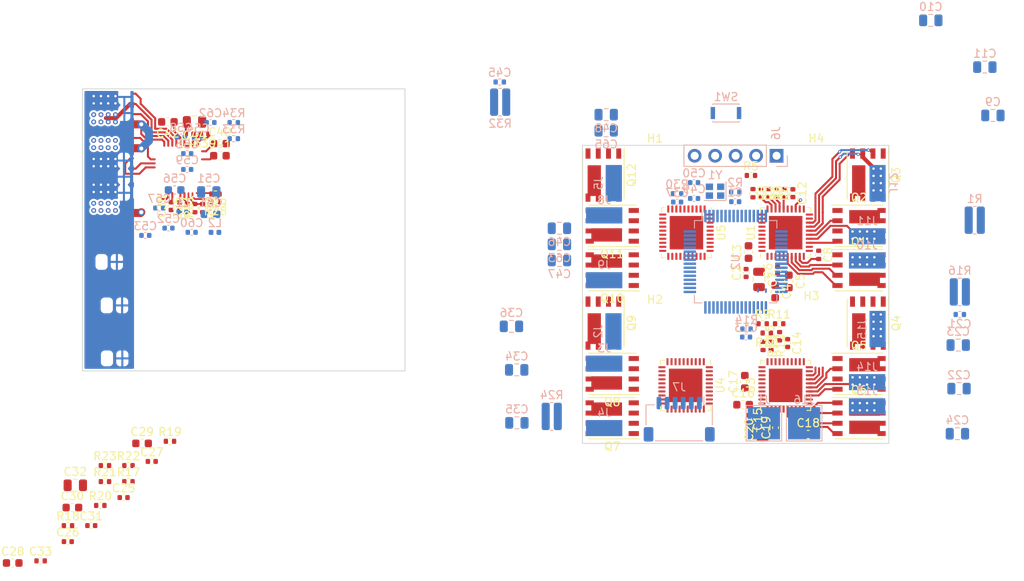
<source format=kicad_pcb>
(kicad_pcb (version 20210623) (generator pcbnew)

  (general
    (thickness 1.59)
  )

  (paper "A4")
  (layers
    (0 "F.Cu" signal)
    (1 "In1.Cu" signal)
    (2 "In2.Cu" signal)
    (31 "B.Cu" signal)
    (32 "B.Adhes" user "B.Adhesive")
    (33 "F.Adhes" user "F.Adhesive")
    (34 "B.Paste" user)
    (35 "F.Paste" user)
    (36 "B.SilkS" user "B.Silkscreen")
    (37 "F.SilkS" user "F.Silkscreen")
    (38 "B.Mask" user)
    (39 "F.Mask" user)
    (40 "Dwgs.User" user "User.Drawings")
    (41 "Cmts.User" user "User.Comments")
    (42 "Eco1.User" user "User.Eco1")
    (43 "Eco2.User" user "User.Eco2")
    (44 "Edge.Cuts" user)
    (45 "Margin" user)
    (46 "B.CrtYd" user "B.Courtyard")
    (47 "F.CrtYd" user "F.Courtyard")
    (48 "B.Fab" user)
    (49 "F.Fab" user)
    (50 "User.1" user)
    (51 "User.2" user)
    (52 "User.3" user)
    (53 "User.4" user)
    (54 "User.5" user)
    (55 "User.6" user)
    (56 "User.7" user)
    (57 "User.8" user)
    (58 "User.9" user)
  )

  (setup
    (stackup
      (layer "F.SilkS" (type "Top Silk Screen"))
      (layer "F.Paste" (type "Top Solder Paste"))
      (layer "F.Mask" (type "Top Solder Mask") (color "Green") (thickness 0.01))
      (layer "F.Cu" (type "copper") (thickness 0.035))
      (layer "dielectric 1" (type "core") (thickness 0.2) (material "FR4") (epsilon_r 4.5) (loss_tangent 0.02))
      (layer "In1.Cu" (type "copper") (thickness 0.0175))
      (layer "dielectric 2" (type "prepreg") (thickness 1.065) (material "FR4") (epsilon_r 4.5) (loss_tangent 0.02))
      (layer "In2.Cu" (type "copper") (thickness 0.0175))
      (layer "dielectric 3" (type "core") (thickness 0.2) (material "FR4") (epsilon_r 4.5) (loss_tangent 0.02))
      (layer "B.Cu" (type "copper") (thickness 0.035))
      (layer "B.Mask" (type "Bottom Solder Mask") (color "Green") (thickness 0.01))
      (layer "B.Paste" (type "Bottom Solder Paste"))
      (layer "B.SilkS" (type "Bottom Silk Screen"))
      (copper_finish "HAL SnPb")
      (dielectric_constraints no)
    )
    (pad_to_mask_clearance 0)
    (pcbplotparams
      (layerselection 0x00010fc_ffffffff)
      (disableapertmacros false)
      (usegerberextensions false)
      (usegerberattributes true)
      (usegerberadvancedattributes true)
      (creategerberjobfile true)
      (svguseinch false)
      (svgprecision 6)
      (excludeedgelayer true)
      (plotframeref false)
      (viasonmask false)
      (mode 1)
      (useauxorigin false)
      (hpglpennumber 1)
      (hpglpenspeed 20)
      (hpglpendiameter 15.000000)
      (dxfpolygonmode true)
      (dxfimperialunits true)
      (dxfusepcbnewfont true)
      (psnegative false)
      (psa4output false)
      (plotreference true)
      (plotvalue true)
      (plotinvisibletext false)
      (sketchpadsonfab false)
      (subtractmaskfromsilk false)
      (outputformat 1)
      (mirror false)
      (drillshape 1)
      (scaleselection 1)
      (outputdirectory "")
    )
  )

  (net 0 "")
  (net 1 "unconnected-(U1-Pad21)")
  (net 2 "unconnected-(U1-Pad22)")
  (net 3 "Net-(C3-Pad1)")
  (net 4 "GND")
  (net 5 "+BATT")
  (net 6 "Net-(C8-Pad2)")
  (net 7 "/Motor 1/A")
  (net 8 "/Motor 1/B")
  (net 9 "/Motor 1/C")
  (net 10 "unconnected-(U2-Pad2)")
  (net 11 "unconnected-(U2-Pad3)")
  (net 12 "unconnected-(U2-Pad4)")
  (net 13 "unconnected-(U2-Pad8)")
  (net 14 "unconnected-(U2-Pad51)")
  (net 15 "unconnected-(U2-Pad55)")
  (net 16 "unconnected-(U2-Pad60)")
  (net 17 "Net-(C56-Pad1)")
  (net 18 "+3V3")
  (net 19 "Net-(Q1-Pad2)")
  (net 20 "Net-(C15-Pad1)")
  (net 21 "Net-(C15-Pad2)")
  (net 22 "Net-(C16-Pad1)")
  (net 23 "Net-(C18-Pad1)")
  (net 24 "Net-(C21-Pad2)")
  (net 25 "Net-(C27-Pad1)")
  (net 26 "Net-(C27-Pad2)")
  (net 27 "Net-(C28-Pad1)")
  (net 28 "Net-(C30-Pad1)")
  (net 29 "Net-(C33-Pad2)")
  (net 30 "Net-(C39-Pad1)")
  (net 31 "Net-(C39-Pad2)")
  (net 32 "Net-(C40-Pad1)")
  (net 33 "Net-(C42-Pad1)")
  (net 34 "/Motor 2/C")
  (net 35 "Net-(Q4-Pad2)")
  (net 36 "Net-(Q5-Pad2)")
  (net 37 "/Motor 2/B")
  (net 38 "Net-(Q6-Pad2)")
  (net 39 "Net-(Q7-Pad2)")
  (net 40 "/Motor 2/A")
  (net 41 "Net-(Q8-Pad2)")
  (net 42 "Net-(Q9-Pad2)")
  (net 43 "/Motor 3/C")
  (net 44 "Net-(Q10-Pad2)")
  (net 45 "Net-(Q11-Pad2)")
  (net 46 "/Motor 3/B")
  (net 47 "Net-(Q12-Pad2)")
  (net 48 "/Motor 3/A")
  (net 49 "/Motor 4/C")
  (net 50 "/Motor 4/B")
  (net 51 "/Motor 4/A")
  (net 52 "Net-(R9-Pad2)")
  (net 53 "Net-(R10-Pad1)")
  (net 54 "Net-(R12-Pad2)")
  (net 55 "Net-(R13-Pad2)")
  (net 56 "Net-(R14-Pad2)")
  (net 57 "Net-(R17-Pad2)")
  (net 58 "Net-(R18-Pad1)")
  (net 59 "Net-(R20-Pad2)")
  (net 60 "Net-(R21-Pad2)")
  (net 61 "Net-(R22-Pad2)")
  (net 62 "Net-(R25-Pad2)")
  (net 63 "Net-(R26-Pad1)")
  (net 64 "Net-(R28-Pad2)")
  (net 65 "Net-(R29-Pad2)")
  (net 66 "Net-(R30-Pad2)")
  (net 67 "unconnected-(U3-Pad21)")
  (net 68 "unconnected-(U3-Pad22)")
  (net 69 "unconnected-(U4-Pad21)")
  (net 70 "unconnected-(U4-Pad22)")
  (net 71 "unconnected-(U5-Pad21)")
  (net 72 "unconnected-(U5-Pad22)")
  (net 73 "Net-(C2-Pad1)")
  (net 74 "Net-(C2-Pad2)")
  (net 75 "Net-(C5-Pad1)")
  (net 76 "Net-(Q1-Pad4)")
  (net 77 "Net-(Q2-Pad4)")
  (net 78 "Net-(Q2-Pad2)")
  (net 79 "Net-(Q3-Pad2)")
  (net 80 "Net-(Q3-Pad4)")
  (net 81 "Net-(Q4-Pad4)")
  (net 82 "Net-(Q5-Pad4)")
  (net 83 "Net-(Q6-Pad4)")
  (net 84 "Net-(Q7-Pad4)")
  (net 85 "Net-(Q8-Pad4)")
  (net 86 "Net-(Q9-Pad4)")
  (net 87 "Net-(Q10-Pad4)")
  (net 88 "Net-(Q11-Pad4)")
  (net 89 "Net-(Q12-Pad4)")
  (net 90 "Net-(R2-Pad2)")
  (net 91 "Net-(R4-Pad2)")
  (net 92 "Net-(R5-Pad1)")
  (net 93 "Net-(R7-Pad2)")
  (net 94 "/Controller/OSCA")
  (net 95 "/Controller/OSCB")
  (net 96 "+3.3VA")
  (net 97 "Net-(R8-Pad2)")
  (net 98 "/Controller/~{RESET}")
  (net 99 "Net-(R34-Pad1)")
  (net 100 "/Controller/PWM1A")
  (net 101 "/Controller/PWM1B")
  (net 102 "/Controller/PWM1C")
  (net 103 "/Controller/PWM3C")
  (net 104 "/Controller/PWM4A")
  (net 105 "/Controller/PWM4B")
  (net 106 "/Controller/PWM4C")
  (net 107 "/Controller/PWM2B")
  (net 108 "/Controller/PWM2C")
  (net 109 "/Controller/PWM3A")
  (net 110 "/Controller/PWM3B")
  (net 111 "/Controller/PWM2A")
  (net 112 "/Controller/SWDIO")
  (net 113 "/Controller/SWCLK")
  (net 114 "/Controller/ISENSE3")
  (net 115 "/Controller/ISENSE1")
  (net 116 "/Controller/ISENSE2")
  (net 117 "/Controller/~{CS}")
  (net 118 "/Controller/SCLK")
  (net 119 "/Controller/MOSI")
  (net 120 "/Controller/MISO")
  (net 121 "/Controller/~{FAULT1}")
  (net 122 "/Controller/~{FAULT2}")
  (net 123 "/Controller/~{FAULT3}")
  (net 124 "/Controller/~{FAULT4}")
  (net 125 "/Controller/EN")
  (net 126 "/Controller/HIZ1A")
  (net 127 "/Controller/HIZ1B")
  (net 128 "/Controller/HIZ1C")
  (net 129 "/Controller/HIZ4B")
  (net 130 "/Controller/HIZ4C")
  (net 131 "/Controller/HIZ3A")
  (net 132 "/Controller/HIZ3B")
  (net 133 "/Controller/HIZ3C")
  (net 134 "/Controller/HIZ2A")
  (net 135 "/Controller/HIZ2B")
  (net 136 "/Controller/HIZ2C")
  (net 137 "/Controller/HIZ4A")
  (net 138 "/Motor 4/ISENSE")
  (net 139 "/Motor 1/DVDD")
  (net 140 "/Motor 2/DVDD")
  (net 141 "/Motor 3/DVDD")
  (net 142 "/Motor 4/DVDD")
  (net 143 "unconnected-(U2-Pad22)")
  (net 144 "unconnected-(U2-Pad23)")

  (footprint "Resistor_SMD:R_0402_1005Metric" (layer "F.Cu") (at 195.1 72.95 -90))

  (footprint "Capacitor_SMD:C_0603_1608Metric" (layer "F.Cu") (at 191.6 80.25 90))

  (footprint "MountingHole:MountingHole_3.2mm_M3_ISO7380" (layer "F.Cu") (at 180 70))

  (footprint "Resistor_SMD:R_0402_1005Metric" (layer "F.Cu") (at 111.22 111.7))

  (footprint "Capacitor_SMD:C_0402_1005Metric" (layer "F.Cu") (at 107.19 116.19))

  (footprint "Resistor_SMD:R_0402_1005Metric" (layer "F.Cu") (at 122.95 74.8 90))

  (footprint "Resistor_SMD:R_0402_1005Metric" (layer "F.Cu") (at 121.05 74.6 -90))

  (footprint "Capacitor_SMD:C_0402_1005Metric" (layer "F.Cu") (at 197.1 72.95 -90))

  (footprint "Package_SO:PowerPAK_SO-8_Dual" (layer "F.Cu") (at 174.7 100.87 180))

  (footprint "Package_DFN_QFN:Texas_S-PVQFN-N40_EP4.15x4.15mm" (layer "F.Cu") (at 196.2 77.85 90))

  (footprint "Capacitor_SMD:C_0603_1608Metric" (layer "F.Cu") (at 126.05 68.3))

  (footprint "Capacitor_SMD:C_0402_1005Metric" (layer "F.Cu") (at 122.3 65.6 180))

  (footprint "Resistor_SMD:R_0402_1005Metric" (layer "F.Cu") (at 195.45 90.7 90))

  (footprint "Capacitor_SMD:C_0805_2012Metric" (layer "F.Cu") (at 108.12 109.2))

  (footprint "Resistor_SMD:R_0402_1005Metric" (layer "F.Cu") (at 193.86 90.3 180))

  (footprint "Resistor_SMD:R_0402_1005Metric" (layer "F.Cu") (at 114.71 106.75))

  (footprint "Capacitor_SMD:C_0402_1005Metric" (layer "F.Cu") (at 114.11 110.72))

  (footprint "Package_SO:PowerPAK_SO-8_Dual" (layer "F.Cu") (at 174.7 77 180))

  (footprint "Resistor_SMD:R_0402_1005Metric" (layer "F.Cu") (at 103.82 118.58))

  (footprint "Capacitor_SMD:C_0603_1608Metric" (layer "F.Cu") (at 119.6 64.1 180))

  (footprint "Capacitor_SMD:C_0402_1005Metric" (layer "F.Cu") (at 124.15 65.6 180))

  (footprint "Capacitor_SMD:C_0402_1005Metric" (layer "F.Cu") (at 194.95 102.05 90))

  (footprint "Package_SO:PowerPAK_SO-8_Dual" (layer "F.Cu") (at 173.6 89.07 -90))

  (footprint "Resistor_SMD:R_0402_1005Metric" (layer "F.Cu") (at 123.9 74.8 -90))

  (footprint "Capacitor_SMD:C_0603_1608Metric" (layer "F.Cu") (at 116.4 104))

  (footprint "Capacitor_SMD:C_0402_1005Metric" (layer "F.Cu") (at 117.6 106.24))

  (footprint "Capacitor_SMD:C_0603_1608Metric" (layer "F.Cu") (at 107.76 111.96))

  (footprint "Capacitor_SMD:C_0603_1608Metric" (layer "F.Cu") (at 190.925 99.2))

  (footprint "Capacitor_SMD:C_0805_2012Metric" (layer "F.Cu") (at 193.35 102.3 90))

  (footprint "Package_SO:PowerPAK_SO-8_Dual" (layer "F.Cu") (at 173.6 70.7 -90))

  (footprint "MountingHole:MountingHole_3.2mm_M3_ISO7380" (layer "F.Cu") (at 200 90))

  (footprint "Resistor_SMD:R_0402_1005Metric" (layer "F.Cu") (at 200.3 80.6 -90))

  (footprint "Capacitor_SMD:C_0402_1005Metric" (layer "F.Cu") (at 196.45 91.55 -90))

  (footprint "MountingHole:MountingHole_3.2mm_M3_ISO7380" (layer "F.Cu") (at 180 90))

  (footprint "Package_SO:PowerPAK_SO-8_Dual" (layer "F.Cu") (at 205.3 77))

  (footprint "Capacitor_SMD:C_0402_1005Metric" (layer "F.Cu") (at 191.3 82.85 90))

  (footprint "Capacitor_SMD:C_0603_1608Metric" (layer "F.Cu") (at 191.14 96.35 90))

  (footprint "Package_DFN_QFN:Texas_S-PVQFN-N40_EP4.15x4.15mm" (layer "F.Cu") (at 183.8 96.8 -90))

  (footprint "MountingHole:MountingHole_3.2mm_M3_ISO7380" (layer "F.Cu") (at 200 70))

  (footprint "Capacitor_SMD:C_0603_1608Metric" (layer "F.Cu") (at 126.05 66.8))

  (footprint "Capacitor_SMD:C_0805_2012Metric" (layer "F.Cu") (at 192.9 83.65 -90))

  (footprint "Resistor_SMD:R_0402_1005Metric" (layer "F.Cu") (at 195.4 89.15))

  (footprint "Capacitor_SMD:C_0402_1005Metric" (layer "F.Cu") (at 110.1 114.2))

  (footprint "Resistor_SMD:R_0402_1005Metric" (layer "F.Cu") (at 191.9 70.75))

  (footprint "Capacitor_SMD:C_0402_1005Metric" (layer "F.Cu") (at 191.6 101 -90))

  (footprint "Resistor_SMD:R_0402_1005Metric" (layer "F.Cu") (at 122 74.8 90))

  (footprint "Resistor_SMD:R_0402_1005Metric" (layer "F.Cu") (at 125.5 74 180))

  (footprint "Package_SO:PowerPAK_SO-8_Dual" (layer "F.Cu") (at 205.3 82.5))

  (footprint "Resistor_SMD:R_0402_1005Metric" (layer "F.Cu") (at 196.1 72.95 90))

  (footprint "Capacitor_SMD:C_0603_1608Metric" (layer "F.Cu") (at 196.6 83.9 -90))

  (footprint "Capacitor_SMD:C_0805_2012Metric" (layer "F.Cu") (at 122.9 64.1 180))

  (footprint "Package_SO:PowerPAK_SO-8_Dual" (layer "F.Cu") (at 174.7 82.5 180))

  (footprint "Package_DFN_QFN:Texas_S-PVQFN-N40_EP4.15x4.15mm" (layer "F.Cu")
    (tedit 5E11FE4E) (tstamp a3259a86-cb3e-4ab3-be93-b049d117025c)
    (at 183.9 77.85 -90)
    (descr "QFN, 40 Pin (http://www.ti.com/lit/ds/symlink/msp430g2755.pdf#page=70 JEDEC MO-220 variation VJJD-2), generated with kicad-footprint-generator ipc_noLead_generator.py")
    (tags "QFN NoLead")
    (property "Sheetfile" "motor4.kicad_sch")
    (property "Sheetname" "Motor 4")
    (path "/cead427d-fa7b-47de-8d19-a61452e1325b/dc48da23-34e3-418f-a631-ba0c1080d67d")
    (attr smd)
    (fp_text reference "U5" (at 0 -4.32 90) (layer "F.SilkS")
      (effects (font (size 1 1) (thickness 0.15)))
      (tstamp 38ef04ba-8038-406d-a771-98c779be53e8)
    )
    (fp_text value "DRV8353FH" (at 0 4.32 90) (layer "F.Fab")
      (effects (font (size 1 1) (thickness 0.15)))
      (tstamp f80f185a-f748-4976-af09-a9ee26843d31)
    )
    (fp_text user "${REFERENCE}" (at 0 0 90) (layer "F.Fab")
      (effects (font (size 1 1) (thickness 0.15)))
      (tstamp c85d3597-8029-41c9-9c0d-054f07d85779)
    )
    (fp_line (start 2.635 -3.11) (end 3.11 -3.11) (layer "F.SilkS") (width 0.12) (tstamp 1c286536-6cf8-460b-b526-33d5f0b68a61))
    (fp_line (start -2.635 -3.11) (end -3.11 -3.11) (layer "F.SilkS") (width 0.12) (tstamp 30b9c38c-64ba-49d3-a2eb-895fc5c2b8db))
    (fp_line (start -2.635 3.11) (end -3.11 3.11) (layer "F.SilkS") (width 0.12) (tstamp 449d76a9-b3b1-4ce3-b8c8-f390e07c6988))
    (fp_line (start 3.11 -3.11) (end 3.11 -2.635) (layer "F.SilkS") (width 0.12) (tstamp 4e8d5dd5-01af-48dc-9766-62dde8fbaa18))
    (fp_line (start -3.11 3.11) (end -3.11 2.635) (layer "F.SilkS") (width 0.12) (tstamp 830d608c-fd85-4628-97fe-dc156c1afe3f))
    (fp_line (start 2.635 3.11) (end 3.11 3.11) (layer "F.SilkS") (width 0.12) (tstamp cd0faeb0-20f3-428a-b42c-04a56ac4bead))
    (fp_line (start 3.11 3.11) (end 3.11 2.635) (layer "F.SilkS") (width 0.12) (tstamp e6e416e8-6851-4a11-857c-42919c742b64))
    (fp_line (start -3.62 -3.62) (end -3.62 3.62) (layer "F.CrtYd") (width 0.05) (tstamp 34629d03-1b6d-4a4b-9baa-9b2aa75d7cbe))
    (fp_line (start 3.62 -3.62) (end -3.62 -3.62) (layer "F.CrtYd") (width 0.05) (tstamp 4296c03c-d844-4f7d-9d71-edefeffe4294))
    (fp_line (start -3.62 3.62) (end 3.62 3.62) (layer "F.CrtYd") (width 0.05) (tstamp 5b163821-fa37-4cd0-83ab-112ebcafb299))
    (fp_line (start 3.62 3.62) (end 3.62 -3.62) (layer "F.CrtYd") (width 0.05) (tstamp 6d5605dc-4f25-4348-9e70-498275e99da6))
    (fp_line (start -3 3) (end -3 -2) (layer "F.Fab") (width 0.1) (tstamp 3ab24a4e-39ab-42bc-90b3-786263b62602))
    (fp_line (start -3 -2) (end -2 -3) (layer "F.Fab") (width 0.1) (tstamp 4770b311-da27-4553-84d7-030441fae652))
    (fp_line (start 3 3) (end -3 3) (layer "F.Fab") (width 0.1) (tstamp c7f53a45-581b-4d13-b9d6-b4535208390e))
    (fp_line (start -2 -3) (end 3 -3) (layer "F.Fab") (width 0.1) (tstamp d24ef00b-9f76-4913-b820-f2277c18f471))
    (fp_line (start 3 -3) (end 3 3) (layer "F.Fab") (width 0.1) (tstamp ed74b006-7cfd-4edb-9246-725755b9744d))
    (pad "" smd roundrect locked (at -1.38 1.38 270) (size 1.12 1.12) (layers "F.Paste") (roundrect_rratio 0.223214) (tstamp 159eb8b8-e2a2-4ed8-96f6-b9e062b01ff2))
    (pad "" smd roundrect locked (at 1.38 -1.38 270) (size 1.12 1.12) (layers "F.Paste") (roundrect_rratio 0.223214) (tstamp 6452cce8-578a-42bc-ae2c-b1f778538993))
    (pad "" smd roundrect locked (at 1.38 0 270) (size 1.12 1.12) (layers "F.Paste") (roundrect_rratio 0.223214) (tstamp 7f3e2b9e-ed42-464d-ac33-243f5d1da87f))
    (pad "" smd roundrect locked (at 0 0 270) (size 1.12 1.12) (layers "F.Paste") (roundrect_rratio 0.223214) (tstamp 83a6e950-e851-4915-8d75-2afa52470446))
    (pad "" smd roundrect locked (at 0 -1.38 270) (size 1.12 1.12) (layers "F.Paste") (roundrect_rratio 0.223214) (tstamp 992aaf1a-9bfa-43d5-b456-5e58c8232e39))
    (pad "" smd roundrect locked (at -1.38 -1.38 270) (size 1.12 1.12) (layers "F.Paste") (roundrect_rratio 0.223214) (tstamp ce688211-5f36-48c2-9aaf-e4608a17c9c6))
    (pad "" smd roundrect locked (at 1.38 1.38 270) (size 1.12 1.12) (layers "F.Paste") (roundrect_rratio 0.223214) (tstamp d6c67a9b-fb0b-4b3a-a280-9ad90a2ab613))
    (pad "" smd roundrect locked (at 0 1.38 270) (size 1.12 1.12) (layers "F.Paste") (roundrect_rratio 0.223214) (tstamp eb8594a4-e5fa-4949-9613-99d062efe3f8))
    (pad "" smd roundrect locked (at -1.38 0 270) (size 1.12 1.12) (layers "F.Paste") (roundrect_rratio 0.223214) (tstamp ecc4f5af-0093-4e97-88ba-e0b531d1845c))
    (pad "1" smd roundrect locked (at -2.9375 -2.25 270) (size 0.875 0.25) (layers "F.Cu" "F.Paste" "F.Mask") (roundrect_rratio 0.25)
      (net 30 "Net-(C39-Pad1)") (pinfunction "CPL") (pintype "passive") (tstamp 6acd9724-6741-4ff0-ae5d-e45b9a9a2025))
    (pad "2" smd roundrect locked (at -2.9375 -1.75 270) (size 0.875 0.25) (layers "F.Cu" "F.Paste" "F.Mask") (roundrect_rratio 0.25)
      (net 31 "Net-(C39-Pad2)") (pinfunction "CPH") (pintype "passive") (tstamp df2b9793-1d70-4ae4-a9ae-53ad8febe62a))
    (pad "3" smd roundrect locked (at -2.9375 -1.25 270) (size 0.875 0.25) (layers "F.Cu" "F.Paste" "F.Mask") (roundrect_rratio 0.25)
      (net 5 "+BATT") (pinfunction "VM") (pintype "power_in") (tstamp 75775462-b32f-4dd1-a90f-03feeac20519))
    (pad "4" smd roundrect locked (at -2.9375 -0.75 270) (size 0.875 0.25) (layers "F.Cu" "F.Paste" "F.Mask") (roundrect_rratio 0.25)
      (net 5 "+BATT") (pinfunction "VDRAIN") (pintype "input") (tstamp 39bee2bf-a2a5-4a9f-a409-8786144bad8e))
    (pad "5" smd roundrect locked (at -2.9375 -0.25 270) (size 0.875 0.25) (layers "F.Cu" "F.Paste" "F.Mask") (roundrect_rratio 0.25)
      (net 33 "Net-(C42-Pad1)") (pinfunction "VCP") (pintype "power_out") (tstamp 5d58ab0d-04cd-4971-b4ff-e2ec9593bed6))
    (pad "6" smd roundrect locked (at -2.9375 0.25 270) (size 0.875 0.25) (layers "F.Cu" "F.Paste" "F.Mask") (roundrect_rratio 0.25)
      (net 89 "Net-(Q12-Pad4)") (pinfunction "GHA") (pintype "output") (tstamp 4706a52e-a0bc-4e7f-98a9-d33a40270a19))
    (pad "7" smd roundrect locked (at -2.9375 0.75 270) (size 0
... [397428 chars truncated]
</source>
